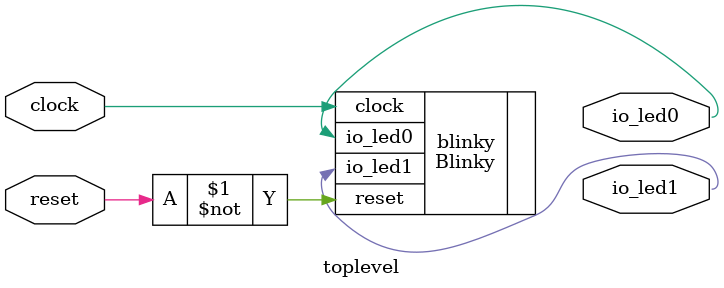
<source format=v>
module toplevel(
  input clock,
  input reset,
  output io_led0,
  output io_led1
  );

  // wire res;
  // wire reset;

  // assign res = ~reset;

  Blinky blinky(
    .clock(clock),
    .reset(~reset),
    .io_led0( io_led0 ),
    .io_led1( io_led1 )
  );
endmodule

</source>
